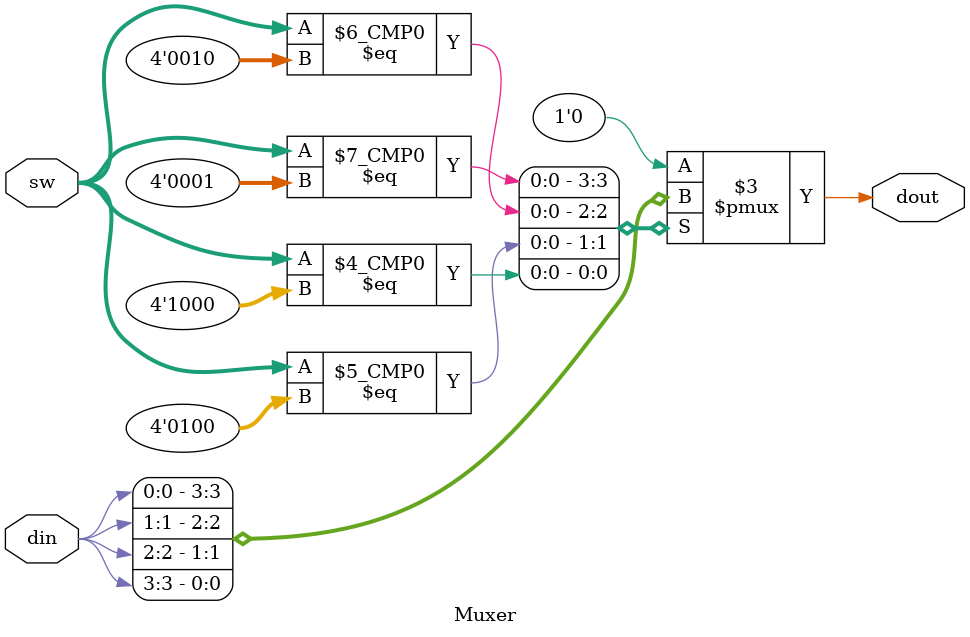
<source format=v>
`timescale 1ns / 1ps


module Muxer#(
    parameter N = 4
    )(
    input [N - 1:0] sw,
    input [N - 1:0] din,
    output reg dout
    );

    always @ (*) begin
        case(sw)
            4'b0001:begin
                dout = din[0];
            end
            4'b0010:begin
                dout = din[1];
            end
            4'b0100:begin
                dout = din[2];
            end
            4'b1000:begin
                dout = din[3];
            end
            default:begin
                dout = 0;
            end
        endcase
    end
endmodule

</source>
